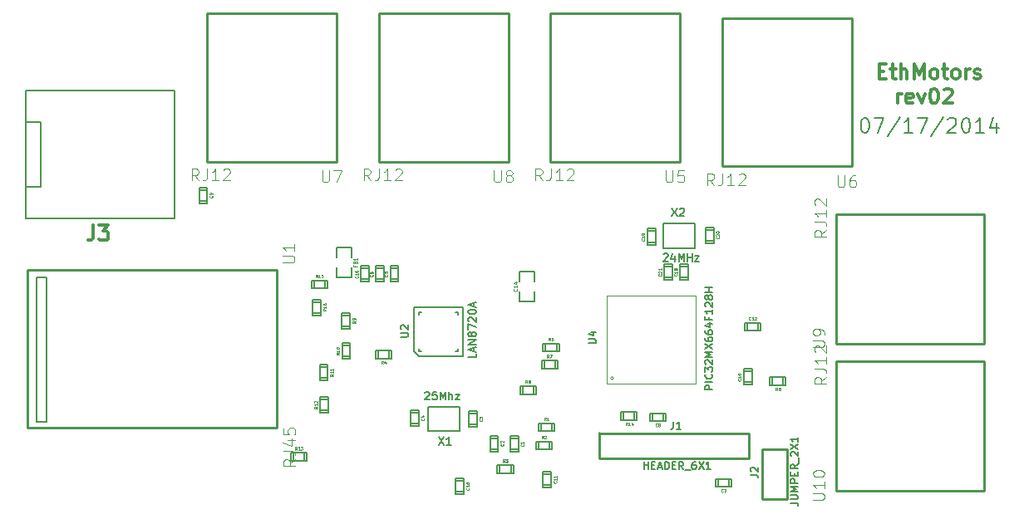
<source format=gto>
G04 (created by PCBNEW (2013-07-07 BZR 4022)-stable) date 8/5/2014 5:00:46 PM*
%MOIN*%
G04 Gerber Fmt 3.4, Leading zero omitted, Abs format*
%FSLAX34Y34*%
G01*
G70*
G90*
G04 APERTURE LIST*
%ADD10C,0.00590551*%
%ADD11C,0.011811*%
%ADD12C,0.00787402*%
%ADD13C,0.0039*%
%ADD14C,0.01*%
%ADD15C,0.005*%
%ADD16C,0.0079*%
%ADD17C,0.0059*%
%ADD18C,0.0075*%
%ADD19C,0.012*%
%ADD20C,0.0019685*%
%ADD21C,0.0037*%
G04 APERTURE END LIST*
G54D10*
G54D11*
X68405Y-26026D02*
X68405Y-25632D01*
X68405Y-25745D02*
X68433Y-25688D01*
X68461Y-25660D01*
X68517Y-25632D01*
X68574Y-25632D01*
X68996Y-25998D02*
X68939Y-26026D01*
X68827Y-26026D01*
X68771Y-25998D01*
X68742Y-25942D01*
X68742Y-25717D01*
X68771Y-25660D01*
X68827Y-25632D01*
X68939Y-25632D01*
X68996Y-25660D01*
X69024Y-25717D01*
X69024Y-25773D01*
X68742Y-25829D01*
X69221Y-25632D02*
X69361Y-26026D01*
X69502Y-25632D01*
X69839Y-25435D02*
X69895Y-25435D01*
X69952Y-25464D01*
X69980Y-25492D01*
X70008Y-25548D01*
X70036Y-25660D01*
X70036Y-25801D01*
X70008Y-25913D01*
X69980Y-25970D01*
X69952Y-25998D01*
X69895Y-26026D01*
X69839Y-26026D01*
X69783Y-25998D01*
X69755Y-25970D01*
X69727Y-25913D01*
X69699Y-25801D01*
X69699Y-25660D01*
X69727Y-25548D01*
X69755Y-25492D01*
X69783Y-25464D01*
X69839Y-25435D01*
X70261Y-25492D02*
X70289Y-25464D01*
X70345Y-25435D01*
X70486Y-25435D01*
X70542Y-25464D01*
X70570Y-25492D01*
X70598Y-25548D01*
X70598Y-25604D01*
X70570Y-25688D01*
X70233Y-26026D01*
X70598Y-26026D01*
G54D12*
X67069Y-26616D02*
X67125Y-26616D01*
X67182Y-26645D01*
X67210Y-26673D01*
X67238Y-26729D01*
X67266Y-26841D01*
X67266Y-26982D01*
X67238Y-27095D01*
X67210Y-27151D01*
X67182Y-27179D01*
X67125Y-27207D01*
X67069Y-27207D01*
X67013Y-27179D01*
X66985Y-27151D01*
X66957Y-27095D01*
X66929Y-26982D01*
X66929Y-26841D01*
X66957Y-26729D01*
X66985Y-26673D01*
X67013Y-26645D01*
X67069Y-26616D01*
X67463Y-26616D02*
X67857Y-26616D01*
X67604Y-27207D01*
X68503Y-26588D02*
X67997Y-27348D01*
X69010Y-27207D02*
X68672Y-27207D01*
X68841Y-27207D02*
X68841Y-26616D01*
X68785Y-26701D01*
X68728Y-26757D01*
X68672Y-26785D01*
X69206Y-26616D02*
X69600Y-26616D01*
X69347Y-27207D01*
X70247Y-26588D02*
X69741Y-27348D01*
X70416Y-26673D02*
X70444Y-26645D01*
X70500Y-26616D01*
X70641Y-26616D01*
X70697Y-26645D01*
X70725Y-26673D01*
X70753Y-26729D01*
X70753Y-26785D01*
X70725Y-26870D01*
X70388Y-27207D01*
X70753Y-27207D01*
X71119Y-26616D02*
X71175Y-26616D01*
X71231Y-26645D01*
X71259Y-26673D01*
X71287Y-26729D01*
X71316Y-26841D01*
X71316Y-26982D01*
X71287Y-27095D01*
X71259Y-27151D01*
X71231Y-27179D01*
X71175Y-27207D01*
X71119Y-27207D01*
X71062Y-27179D01*
X71034Y-27151D01*
X71006Y-27095D01*
X70978Y-26982D01*
X70978Y-26841D01*
X71006Y-26729D01*
X71034Y-26673D01*
X71062Y-26645D01*
X71119Y-26616D01*
X71878Y-27207D02*
X71541Y-27207D01*
X71709Y-27207D02*
X71709Y-26616D01*
X71653Y-26701D01*
X71597Y-26757D01*
X71541Y-26785D01*
X72384Y-26813D02*
X72384Y-27207D01*
X72244Y-26588D02*
X72103Y-27010D01*
X72469Y-27010D01*
G54D11*
X67660Y-24732D02*
X67857Y-24732D01*
X67941Y-25042D02*
X67660Y-25042D01*
X67660Y-24451D01*
X67941Y-24451D01*
X68110Y-24648D02*
X68335Y-24648D01*
X68194Y-24451D02*
X68194Y-24957D01*
X68222Y-25014D01*
X68278Y-25042D01*
X68335Y-25042D01*
X68532Y-25042D02*
X68532Y-24451D01*
X68785Y-25042D02*
X68785Y-24732D01*
X68757Y-24676D01*
X68700Y-24648D01*
X68616Y-24648D01*
X68560Y-24676D01*
X68532Y-24704D01*
X69066Y-25042D02*
X69066Y-24451D01*
X69263Y-24873D01*
X69460Y-24451D01*
X69460Y-25042D01*
X69825Y-25042D02*
X69769Y-25014D01*
X69741Y-24985D01*
X69713Y-24929D01*
X69713Y-24760D01*
X69741Y-24704D01*
X69769Y-24676D01*
X69825Y-24648D01*
X69910Y-24648D01*
X69966Y-24676D01*
X69994Y-24704D01*
X70022Y-24760D01*
X70022Y-24929D01*
X69994Y-24985D01*
X69966Y-25014D01*
X69910Y-25042D01*
X69825Y-25042D01*
X70191Y-24648D02*
X70416Y-24648D01*
X70275Y-24451D02*
X70275Y-24957D01*
X70303Y-25014D01*
X70359Y-25042D01*
X70416Y-25042D01*
X70697Y-25042D02*
X70641Y-25014D01*
X70613Y-24985D01*
X70584Y-24929D01*
X70584Y-24760D01*
X70613Y-24704D01*
X70641Y-24676D01*
X70697Y-24648D01*
X70781Y-24648D01*
X70838Y-24676D01*
X70866Y-24704D01*
X70894Y-24760D01*
X70894Y-24929D01*
X70866Y-24985D01*
X70838Y-25014D01*
X70781Y-25042D01*
X70697Y-25042D01*
X71147Y-25042D02*
X71147Y-24648D01*
X71147Y-24760D02*
X71175Y-24704D01*
X71203Y-24676D01*
X71259Y-24648D01*
X71316Y-24648D01*
X71484Y-25014D02*
X71541Y-25042D01*
X71653Y-25042D01*
X71709Y-25014D01*
X71737Y-24957D01*
X71737Y-24929D01*
X71709Y-24873D01*
X71653Y-24845D01*
X71569Y-24845D01*
X71512Y-24817D01*
X71484Y-24760D01*
X71484Y-24732D01*
X71512Y-24676D01*
X71569Y-24648D01*
X71653Y-24648D01*
X71709Y-24676D01*
G54D13*
X56755Y-37279D02*
X56755Y-33736D01*
X56755Y-33736D02*
X60299Y-33736D01*
X60299Y-33736D02*
X60299Y-37279D01*
X60299Y-37279D02*
X56755Y-37279D01*
X57011Y-37061D02*
G75*
G03X57011Y-37061I-53J0D01*
G74*
G01*
G54D14*
X62448Y-39263D02*
X56448Y-39263D01*
X62448Y-39263D02*
X62448Y-40263D01*
X62454Y-40269D02*
X56442Y-40269D01*
X56442Y-40269D02*
X56442Y-39261D01*
G54D15*
X33425Y-29370D02*
X34035Y-29370D01*
X34035Y-29370D02*
X34035Y-26771D01*
X34035Y-26771D02*
X33435Y-26771D01*
G54D16*
X39409Y-30630D02*
X33425Y-30630D01*
X33425Y-30630D02*
X33425Y-25510D01*
X33425Y-25510D02*
X39409Y-25510D01*
X39409Y-25510D02*
X39409Y-30630D01*
G54D15*
X50686Y-41617D02*
X51006Y-41617D01*
X50996Y-41177D02*
X50686Y-41177D01*
X51006Y-41077D02*
X51006Y-41717D01*
X51006Y-41717D02*
X50686Y-41717D01*
X50686Y-41717D02*
X50686Y-41077D01*
X50686Y-41077D02*
X51006Y-41077D01*
X47207Y-32654D02*
X46887Y-32654D01*
X46897Y-33094D02*
X47207Y-33094D01*
X46887Y-33194D02*
X46887Y-32554D01*
X46887Y-32554D02*
X47207Y-32554D01*
X47207Y-32554D02*
X47207Y-33194D01*
X47207Y-33194D02*
X46887Y-33194D01*
X52064Y-39905D02*
X52384Y-39905D01*
X52374Y-39465D02*
X52064Y-39465D01*
X52384Y-39365D02*
X52384Y-40005D01*
X52384Y-40005D02*
X52064Y-40005D01*
X52064Y-40005D02*
X52064Y-39365D01*
X52064Y-39365D02*
X52384Y-39365D01*
G54D17*
X49023Y-35992D02*
X49023Y-34228D01*
X49219Y-36188D02*
X50983Y-36188D01*
X49219Y-36188D02*
X49023Y-35992D01*
G54D16*
X49317Y-35992D02*
X49219Y-35992D01*
X49219Y-35992D02*
X49219Y-35894D01*
X50787Y-35894D02*
X50787Y-35992D01*
X50787Y-35992D02*
X50689Y-35992D01*
X50689Y-34424D02*
X50787Y-34424D01*
X50787Y-34424D02*
X50787Y-34522D01*
X49219Y-34522D02*
X49219Y-34424D01*
X49219Y-34424D02*
X49317Y-34424D01*
G54D17*
X50983Y-34228D02*
X50983Y-36188D01*
X49023Y-34228D02*
X50983Y-34228D01*
G54D15*
X47567Y-35954D02*
X47567Y-36274D01*
X48007Y-36264D02*
X48007Y-35954D01*
X48107Y-36274D02*
X47467Y-36274D01*
X47467Y-36274D02*
X47467Y-35954D01*
X47467Y-35954D02*
X48107Y-35954D01*
X48107Y-35954D02*
X48107Y-36274D01*
X45920Y-32201D02*
X45920Y-31801D01*
X45920Y-31801D02*
X46520Y-31801D01*
X46520Y-31801D02*
X46520Y-32201D01*
X46520Y-32601D02*
X46520Y-33001D01*
X46520Y-33001D02*
X45920Y-33001D01*
X45920Y-33001D02*
X45920Y-32601D01*
X52871Y-39924D02*
X53191Y-39924D01*
X53181Y-39484D02*
X52871Y-39484D01*
X53191Y-39384D02*
X53191Y-40024D01*
X53191Y-40024D02*
X52871Y-40024D01*
X52871Y-40024D02*
X52871Y-39384D01*
X52871Y-39384D02*
X53191Y-39384D01*
X51217Y-38920D02*
X51537Y-38920D01*
X51527Y-38480D02*
X51217Y-38480D01*
X51537Y-38380D02*
X51537Y-39020D01*
X51537Y-39020D02*
X51217Y-39020D01*
X51217Y-39020D02*
X51217Y-38380D01*
X51217Y-38380D02*
X51537Y-38380D01*
X48875Y-38881D02*
X49195Y-38881D01*
X49185Y-38441D02*
X48875Y-38441D01*
X49195Y-38341D02*
X49195Y-38981D01*
X49195Y-38981D02*
X48875Y-38981D01*
X48875Y-38981D02*
X48875Y-38341D01*
X48875Y-38341D02*
X49195Y-38341D01*
X48388Y-32654D02*
X48068Y-32654D01*
X48078Y-33094D02*
X48388Y-33094D01*
X48068Y-33194D02*
X48068Y-32554D01*
X48068Y-32554D02*
X48388Y-32554D01*
X48388Y-32554D02*
X48388Y-33194D01*
X48388Y-33194D02*
X48068Y-33194D01*
X47797Y-32654D02*
X47477Y-32654D01*
X47487Y-33094D02*
X47797Y-33094D01*
X47477Y-33194D02*
X47477Y-32554D01*
X47477Y-32554D02*
X47797Y-32554D01*
X47797Y-32554D02*
X47797Y-33194D01*
X47797Y-33194D02*
X47477Y-33194D01*
X62561Y-36787D02*
X62241Y-36787D01*
X62251Y-37227D02*
X62561Y-37227D01*
X62241Y-37327D02*
X62241Y-36687D01*
X62241Y-36687D02*
X62561Y-36687D01*
X62561Y-36687D02*
X62561Y-37327D01*
X62561Y-37327D02*
X62241Y-37327D01*
X54190Y-41342D02*
X54510Y-41342D01*
X54500Y-40902D02*
X54190Y-40902D01*
X54510Y-40802D02*
X54510Y-41442D01*
X54510Y-41442D02*
X54190Y-41442D01*
X54190Y-41442D02*
X54190Y-40802D01*
X54190Y-40802D02*
X54510Y-40802D01*
X62818Y-35160D02*
X62818Y-34840D01*
X62378Y-34850D02*
X62378Y-35160D01*
X62278Y-34840D02*
X62918Y-34840D01*
X62918Y-34840D02*
X62918Y-35160D01*
X62918Y-35160D02*
X62278Y-35160D01*
X62278Y-35160D02*
X62278Y-34840D01*
X60002Y-32575D02*
X59682Y-32575D01*
X59692Y-33015D02*
X60002Y-33015D01*
X59682Y-33115D02*
X59682Y-32475D01*
X59682Y-32475D02*
X60002Y-32475D01*
X60002Y-32475D02*
X60002Y-33115D01*
X60002Y-33115D02*
X59682Y-33115D01*
X58693Y-31157D02*
X58373Y-31157D01*
X58383Y-31597D02*
X58693Y-31597D01*
X58373Y-31697D02*
X58373Y-31057D01*
X58373Y-31057D02*
X58693Y-31057D01*
X58693Y-31057D02*
X58693Y-31697D01*
X58693Y-31697D02*
X58373Y-31697D01*
X60706Y-31538D02*
X61026Y-31538D01*
X61016Y-31098D02*
X60706Y-31098D01*
X61026Y-30998D02*
X61026Y-31638D01*
X61026Y-31638D02*
X60706Y-31638D01*
X60706Y-31638D02*
X60706Y-30998D01*
X60706Y-30998D02*
X61026Y-30998D01*
X59372Y-32575D02*
X59052Y-32575D01*
X59062Y-33015D02*
X59372Y-33015D01*
X59052Y-33115D02*
X59052Y-32475D01*
X59052Y-32475D02*
X59372Y-32475D01*
X59372Y-32475D02*
X59372Y-33115D01*
X59372Y-33115D02*
X59052Y-33115D01*
X54550Y-39195D02*
X54550Y-38875D01*
X54110Y-38885D02*
X54110Y-39195D01*
X54010Y-38875D02*
X54650Y-38875D01*
X54650Y-38875D02*
X54650Y-39195D01*
X54650Y-39195D02*
X54010Y-39195D01*
X54010Y-39195D02*
X54010Y-38875D01*
X54452Y-39923D02*
X54452Y-39603D01*
X54012Y-39613D02*
X54012Y-39923D01*
X53912Y-39603D02*
X54552Y-39603D01*
X54552Y-39603D02*
X54552Y-39923D01*
X54552Y-39923D02*
X53912Y-39923D01*
X53912Y-39923D02*
X53912Y-39603D01*
X52897Y-40868D02*
X52897Y-40548D01*
X52457Y-40558D02*
X52457Y-40868D01*
X52357Y-40548D02*
X52997Y-40548D01*
X52997Y-40548D02*
X52997Y-40868D01*
X52997Y-40868D02*
X52357Y-40868D01*
X52357Y-40868D02*
X52357Y-40548D01*
X54727Y-35986D02*
X54727Y-35666D01*
X54287Y-35676D02*
X54287Y-35986D01*
X54187Y-35666D02*
X54827Y-35666D01*
X54827Y-35666D02*
X54827Y-35986D01*
X54827Y-35986D02*
X54187Y-35986D01*
X54187Y-35986D02*
X54187Y-35666D01*
X54668Y-36675D02*
X54668Y-36355D01*
X54228Y-36365D02*
X54228Y-36675D01*
X54128Y-36355D02*
X54768Y-36355D01*
X54768Y-36355D02*
X54768Y-36675D01*
X54768Y-36675D02*
X54128Y-36675D01*
X54128Y-36675D02*
X54128Y-36355D01*
X53802Y-37699D02*
X53802Y-37379D01*
X53362Y-37389D02*
X53362Y-37699D01*
X53262Y-37379D02*
X53902Y-37379D01*
X53902Y-37379D02*
X53902Y-37699D01*
X53902Y-37699D02*
X53262Y-37699D01*
X53262Y-37699D02*
X53262Y-37379D01*
X46123Y-34975D02*
X46443Y-34975D01*
X46433Y-34535D02*
X46123Y-34535D01*
X46443Y-34435D02*
X46443Y-35075D01*
X46443Y-35075D02*
X46123Y-35075D01*
X46123Y-35075D02*
X46123Y-34435D01*
X46123Y-34435D02*
X46443Y-34435D01*
X46451Y-35740D02*
X46131Y-35740D01*
X46141Y-36180D02*
X46451Y-36180D01*
X46131Y-36280D02*
X46131Y-35640D01*
X46131Y-35640D02*
X46451Y-35640D01*
X46451Y-35640D02*
X46451Y-36280D01*
X46451Y-36280D02*
X46131Y-36280D01*
X45225Y-37058D02*
X45545Y-37058D01*
X45535Y-36618D02*
X45225Y-36618D01*
X45545Y-36518D02*
X45545Y-37158D01*
X45545Y-37158D02*
X45225Y-37158D01*
X45225Y-37158D02*
X45225Y-36518D01*
X45225Y-36518D02*
X45545Y-36518D01*
X45565Y-37898D02*
X45245Y-37898D01*
X45255Y-38338D02*
X45565Y-38338D01*
X45245Y-38438D02*
X45245Y-37798D01*
X45245Y-37798D02*
X45565Y-37798D01*
X45565Y-37798D02*
X45565Y-38438D01*
X45565Y-38438D02*
X45245Y-38438D01*
X44617Y-40368D02*
X44617Y-40048D01*
X44177Y-40058D02*
X44177Y-40368D01*
X44077Y-40048D02*
X44717Y-40048D01*
X44717Y-40048D02*
X44717Y-40368D01*
X44717Y-40368D02*
X44077Y-40368D01*
X44077Y-40368D02*
X44077Y-40048D01*
X57417Y-38422D02*
X57417Y-38742D01*
X57857Y-38732D02*
X57857Y-38422D01*
X57957Y-38742D02*
X57317Y-38742D01*
X57317Y-38742D02*
X57317Y-38422D01*
X57317Y-38422D02*
X57957Y-38422D01*
X57957Y-38422D02*
X57957Y-38742D01*
X45440Y-33455D02*
X45440Y-33135D01*
X45000Y-33145D02*
X45000Y-33455D01*
X44900Y-33135D02*
X45540Y-33135D01*
X45540Y-33135D02*
X45540Y-33455D01*
X45540Y-33455D02*
X44900Y-33455D01*
X44900Y-33455D02*
X44900Y-33135D01*
X44946Y-34436D02*
X45266Y-34436D01*
X45256Y-33996D02*
X44946Y-33996D01*
X45266Y-33896D02*
X45266Y-34536D01*
X45266Y-34536D02*
X44946Y-34536D01*
X44946Y-34536D02*
X44946Y-33896D01*
X44946Y-33896D02*
X45266Y-33896D01*
X58559Y-38462D02*
X58559Y-38782D01*
X58999Y-38772D02*
X58999Y-38462D01*
X59099Y-38782D02*
X58459Y-38782D01*
X58459Y-38782D02*
X58459Y-38462D01*
X58459Y-38462D02*
X59099Y-38462D01*
X59099Y-38462D02*
X59099Y-38782D01*
X40391Y-29944D02*
X40711Y-29944D01*
X40701Y-29504D02*
X40391Y-29504D01*
X40711Y-29404D02*
X40711Y-30044D01*
X40711Y-30044D02*
X40391Y-30044D01*
X40391Y-30044D02*
X40391Y-29404D01*
X40391Y-29404D02*
X40711Y-29404D01*
G54D10*
X50846Y-39192D02*
X49586Y-39192D01*
X49586Y-39192D02*
X49586Y-38208D01*
X49586Y-38208D02*
X50846Y-38208D01*
X50846Y-38208D02*
X50846Y-39192D01*
X59015Y-30846D02*
X60275Y-30846D01*
X60275Y-30846D02*
X60275Y-31830D01*
X60275Y-31830D02*
X59015Y-31830D01*
X59015Y-31830D02*
X59015Y-30846D01*
G54D15*
X61197Y-41099D02*
X61197Y-41419D01*
X61637Y-41409D02*
X61637Y-41099D01*
X61737Y-41419D02*
X61097Y-41419D01*
X61097Y-41419D02*
X61097Y-41099D01*
X61097Y-41099D02*
X61737Y-41099D01*
X61737Y-41099D02*
X61737Y-41419D01*
X53843Y-33585D02*
X53843Y-33985D01*
X53843Y-33985D02*
X53243Y-33985D01*
X53243Y-33985D02*
X53243Y-33585D01*
X53243Y-33185D02*
X53243Y-32785D01*
X53243Y-32785D02*
X53843Y-32785D01*
X53843Y-32785D02*
X53843Y-33185D01*
X63382Y-37025D02*
X63382Y-37345D01*
X63822Y-37335D02*
X63822Y-37025D01*
X63922Y-37345D02*
X63282Y-37345D01*
X63282Y-37345D02*
X63282Y-37025D01*
X63282Y-37025D02*
X63922Y-37025D01*
X63922Y-37025D02*
X63922Y-37345D01*
G54D14*
X62964Y-39905D02*
X62964Y-41905D01*
X62964Y-39905D02*
X63964Y-39905D01*
X63970Y-39905D02*
X63970Y-41905D01*
X63970Y-41905D02*
X62962Y-41905D01*
X71866Y-36375D02*
X71866Y-41576D01*
X71866Y-41576D02*
X65929Y-41576D01*
X65929Y-41576D02*
X65929Y-36375D01*
X65929Y-36375D02*
X71866Y-36375D01*
X71866Y-30470D02*
X71866Y-35671D01*
X71866Y-35671D02*
X65929Y-35671D01*
X65929Y-35671D02*
X65929Y-30470D01*
X65929Y-30470D02*
X71866Y-30470D01*
X47596Y-22425D02*
X52797Y-22425D01*
X52797Y-22425D02*
X52797Y-28362D01*
X52797Y-28362D02*
X47596Y-28362D01*
X47596Y-28362D02*
X47596Y-22425D01*
X40706Y-22425D02*
X45907Y-22425D01*
X45907Y-22425D02*
X45907Y-28362D01*
X45907Y-28362D02*
X40706Y-28362D01*
X40706Y-28362D02*
X40706Y-22425D01*
X61375Y-22622D02*
X66576Y-22622D01*
X66576Y-22622D02*
X66576Y-28559D01*
X66576Y-28559D02*
X61375Y-28559D01*
X61375Y-28559D02*
X61375Y-22622D01*
X54486Y-22425D02*
X59687Y-22425D01*
X59687Y-22425D02*
X59687Y-28362D01*
X59687Y-28362D02*
X54486Y-28362D01*
X54486Y-28362D02*
X54486Y-22425D01*
G54D10*
X34261Y-32996D02*
X33868Y-32996D01*
X33868Y-32996D02*
X33868Y-38822D01*
X33868Y-38822D02*
X34261Y-38822D01*
X34261Y-38822D02*
X34261Y-32996D01*
G54D14*
X43523Y-32720D02*
X43523Y-39059D01*
X43523Y-39059D02*
X33523Y-39059D01*
X33523Y-39059D02*
X33523Y-32720D01*
X33523Y-32720D02*
X43523Y-32720D01*
G54D15*
X56006Y-35657D02*
X56249Y-35657D01*
X56277Y-35643D01*
X56292Y-35629D01*
X56306Y-35600D01*
X56306Y-35543D01*
X56292Y-35514D01*
X56277Y-35500D01*
X56249Y-35486D01*
X56006Y-35486D01*
X56106Y-35214D02*
X56306Y-35214D01*
X55992Y-35286D02*
X56206Y-35357D01*
X56206Y-35171D01*
X60981Y-37511D02*
X60681Y-37511D01*
X60681Y-37397D01*
X60695Y-37368D01*
X60710Y-37354D01*
X60738Y-37339D01*
X60781Y-37339D01*
X60810Y-37354D01*
X60824Y-37368D01*
X60838Y-37397D01*
X60838Y-37511D01*
X60981Y-37211D02*
X60681Y-37211D01*
X60953Y-36897D02*
X60967Y-36911D01*
X60981Y-36954D01*
X60981Y-36982D01*
X60967Y-37025D01*
X60938Y-37054D01*
X60910Y-37068D01*
X60853Y-37082D01*
X60810Y-37082D01*
X60753Y-37068D01*
X60724Y-37054D01*
X60695Y-37025D01*
X60681Y-36982D01*
X60681Y-36954D01*
X60695Y-36911D01*
X60710Y-36897D01*
X60681Y-36797D02*
X60681Y-36611D01*
X60795Y-36711D01*
X60795Y-36668D01*
X60810Y-36639D01*
X60824Y-36625D01*
X60853Y-36611D01*
X60924Y-36611D01*
X60953Y-36625D01*
X60967Y-36639D01*
X60981Y-36668D01*
X60981Y-36754D01*
X60967Y-36782D01*
X60953Y-36797D01*
X60710Y-36497D02*
X60695Y-36482D01*
X60681Y-36454D01*
X60681Y-36382D01*
X60695Y-36354D01*
X60710Y-36339D01*
X60738Y-36325D01*
X60767Y-36325D01*
X60810Y-36339D01*
X60981Y-36511D01*
X60981Y-36325D01*
X60981Y-36197D02*
X60681Y-36197D01*
X60895Y-36097D01*
X60681Y-35997D01*
X60981Y-35997D01*
X60681Y-35882D02*
X60981Y-35682D01*
X60681Y-35682D02*
X60981Y-35882D01*
X60681Y-35439D02*
X60681Y-35497D01*
X60695Y-35525D01*
X60710Y-35539D01*
X60753Y-35568D01*
X60810Y-35582D01*
X60924Y-35582D01*
X60953Y-35568D01*
X60967Y-35554D01*
X60981Y-35525D01*
X60981Y-35468D01*
X60967Y-35439D01*
X60953Y-35425D01*
X60924Y-35411D01*
X60853Y-35411D01*
X60824Y-35425D01*
X60810Y-35439D01*
X60795Y-35468D01*
X60795Y-35525D01*
X60810Y-35554D01*
X60824Y-35568D01*
X60853Y-35582D01*
X60681Y-35154D02*
X60681Y-35211D01*
X60695Y-35239D01*
X60710Y-35254D01*
X60753Y-35282D01*
X60810Y-35297D01*
X60924Y-35297D01*
X60953Y-35282D01*
X60967Y-35268D01*
X60981Y-35239D01*
X60981Y-35182D01*
X60967Y-35154D01*
X60953Y-35139D01*
X60924Y-35125D01*
X60853Y-35125D01*
X60824Y-35139D01*
X60810Y-35154D01*
X60795Y-35182D01*
X60795Y-35239D01*
X60810Y-35268D01*
X60824Y-35282D01*
X60853Y-35297D01*
X60781Y-34868D02*
X60981Y-34868D01*
X60667Y-34939D02*
X60881Y-35011D01*
X60881Y-34825D01*
X60824Y-34611D02*
X60824Y-34711D01*
X60981Y-34711D02*
X60681Y-34711D01*
X60681Y-34568D01*
X60981Y-34297D02*
X60981Y-34468D01*
X60981Y-34382D02*
X60681Y-34382D01*
X60724Y-34411D01*
X60753Y-34439D01*
X60767Y-34468D01*
X60710Y-34182D02*
X60695Y-34168D01*
X60681Y-34139D01*
X60681Y-34068D01*
X60695Y-34039D01*
X60710Y-34025D01*
X60738Y-34011D01*
X60767Y-34011D01*
X60810Y-34025D01*
X60981Y-34197D01*
X60981Y-34011D01*
X60810Y-33839D02*
X60795Y-33868D01*
X60781Y-33882D01*
X60753Y-33897D01*
X60738Y-33897D01*
X60710Y-33882D01*
X60695Y-33868D01*
X60681Y-33839D01*
X60681Y-33782D01*
X60695Y-33754D01*
X60710Y-33739D01*
X60738Y-33725D01*
X60753Y-33725D01*
X60781Y-33739D01*
X60795Y-33754D01*
X60810Y-33782D01*
X60810Y-33839D01*
X60824Y-33868D01*
X60838Y-33882D01*
X60867Y-33897D01*
X60924Y-33897D01*
X60953Y-33882D01*
X60967Y-33868D01*
X60981Y-33839D01*
X60981Y-33782D01*
X60967Y-33754D01*
X60953Y-33739D01*
X60924Y-33725D01*
X60867Y-33725D01*
X60838Y-33739D01*
X60824Y-33754D01*
X60810Y-33782D01*
X60981Y-33597D02*
X60681Y-33597D01*
X60824Y-33597D02*
X60824Y-33425D01*
X60981Y-33425D02*
X60681Y-33425D01*
G54D18*
X59418Y-38803D02*
X59418Y-39017D01*
X59404Y-39060D01*
X59375Y-39088D01*
X59333Y-39103D01*
X59304Y-39103D01*
X59718Y-39103D02*
X59547Y-39103D01*
X59633Y-39103D02*
X59633Y-38803D01*
X59604Y-38846D01*
X59575Y-38874D01*
X59547Y-38888D01*
X58226Y-40717D02*
X58226Y-40417D01*
X58226Y-40560D02*
X58397Y-40560D01*
X58397Y-40717D02*
X58397Y-40417D01*
X58540Y-40560D02*
X58640Y-40560D01*
X58683Y-40717D02*
X58540Y-40717D01*
X58540Y-40417D01*
X58683Y-40417D01*
X58797Y-40631D02*
X58940Y-40631D01*
X58769Y-40717D02*
X58869Y-40417D01*
X58969Y-40717D01*
X59069Y-40717D02*
X59069Y-40417D01*
X59140Y-40417D01*
X59183Y-40431D01*
X59211Y-40460D01*
X59226Y-40488D01*
X59240Y-40545D01*
X59240Y-40588D01*
X59226Y-40645D01*
X59211Y-40674D01*
X59183Y-40702D01*
X59140Y-40717D01*
X59069Y-40717D01*
X59369Y-40560D02*
X59469Y-40560D01*
X59511Y-40717D02*
X59369Y-40717D01*
X59369Y-40417D01*
X59511Y-40417D01*
X59811Y-40717D02*
X59711Y-40574D01*
X59640Y-40717D02*
X59640Y-40417D01*
X59754Y-40417D01*
X59783Y-40431D01*
X59797Y-40445D01*
X59811Y-40474D01*
X59811Y-40517D01*
X59797Y-40545D01*
X59783Y-40560D01*
X59754Y-40574D01*
X59640Y-40574D01*
X59869Y-40745D02*
X60097Y-40745D01*
X60297Y-40417D02*
X60240Y-40417D01*
X60211Y-40431D01*
X60197Y-40445D01*
X60169Y-40488D01*
X60154Y-40545D01*
X60154Y-40660D01*
X60169Y-40688D01*
X60183Y-40702D01*
X60211Y-40717D01*
X60269Y-40717D01*
X60297Y-40702D01*
X60311Y-40688D01*
X60326Y-40660D01*
X60326Y-40588D01*
X60311Y-40560D01*
X60297Y-40545D01*
X60269Y-40531D01*
X60211Y-40531D01*
X60183Y-40545D01*
X60169Y-40560D01*
X60154Y-40588D01*
X60426Y-40417D02*
X60626Y-40717D01*
X60626Y-40417D02*
X60426Y-40717D01*
X60897Y-40717D02*
X60726Y-40717D01*
X60811Y-40717D02*
X60811Y-40417D01*
X60783Y-40460D01*
X60754Y-40488D01*
X60726Y-40502D01*
G54D19*
X36155Y-30925D02*
X36155Y-31354D01*
X36126Y-31440D01*
X36069Y-31497D01*
X35983Y-31525D01*
X35926Y-31525D01*
X36383Y-30925D02*
X36755Y-30925D01*
X36555Y-31154D01*
X36641Y-31154D01*
X36698Y-31182D01*
X36726Y-31211D01*
X36755Y-31268D01*
X36755Y-31411D01*
X36726Y-31468D01*
X36698Y-31497D01*
X36641Y-31525D01*
X36469Y-31525D01*
X36412Y-31497D01*
X36383Y-31468D01*
G54D20*
X51209Y-41465D02*
X51215Y-41471D01*
X51221Y-41488D01*
X51221Y-41499D01*
X51215Y-41516D01*
X51204Y-41527D01*
X51192Y-41533D01*
X51170Y-41538D01*
X51153Y-41538D01*
X51131Y-41533D01*
X51119Y-41527D01*
X51108Y-41516D01*
X51102Y-41499D01*
X51102Y-41488D01*
X51108Y-41471D01*
X51114Y-41465D01*
X51221Y-41353D02*
X51221Y-41420D01*
X51221Y-41386D02*
X51102Y-41386D01*
X51119Y-41398D01*
X51131Y-41409D01*
X51136Y-41420D01*
X51102Y-41251D02*
X51102Y-41274D01*
X51108Y-41285D01*
X51114Y-41291D01*
X51131Y-41302D01*
X51153Y-41308D01*
X51198Y-41308D01*
X51209Y-41302D01*
X51215Y-41296D01*
X51221Y-41285D01*
X51221Y-41263D01*
X51215Y-41251D01*
X51209Y-41246D01*
X51198Y-41240D01*
X51170Y-41240D01*
X51159Y-41246D01*
X51153Y-41251D01*
X51147Y-41263D01*
X51147Y-41285D01*
X51153Y-41296D01*
X51159Y-41302D01*
X51170Y-41308D01*
X46757Y-32957D02*
X46762Y-32963D01*
X46768Y-32980D01*
X46768Y-32991D01*
X46762Y-33008D01*
X46751Y-33019D01*
X46740Y-33025D01*
X46717Y-33030D01*
X46700Y-33030D01*
X46678Y-33025D01*
X46667Y-33019D01*
X46655Y-33008D01*
X46650Y-32991D01*
X46650Y-32980D01*
X46655Y-32963D01*
X46661Y-32957D01*
X46768Y-32845D02*
X46768Y-32912D01*
X46768Y-32879D02*
X46650Y-32879D01*
X46667Y-32890D01*
X46678Y-32901D01*
X46683Y-32912D01*
X46650Y-32738D02*
X46650Y-32794D01*
X46706Y-32800D01*
X46700Y-32794D01*
X46695Y-32783D01*
X46695Y-32755D01*
X46700Y-32744D01*
X46706Y-32738D01*
X46717Y-32732D01*
X46745Y-32732D01*
X46757Y-32738D01*
X46762Y-32744D01*
X46768Y-32755D01*
X46768Y-32783D01*
X46762Y-32794D01*
X46757Y-32800D01*
X52587Y-39696D02*
X52593Y-39702D01*
X52598Y-39719D01*
X52598Y-39730D01*
X52593Y-39747D01*
X52582Y-39758D01*
X52570Y-39764D01*
X52548Y-39769D01*
X52531Y-39769D01*
X52508Y-39764D01*
X52497Y-39758D01*
X52486Y-39747D01*
X52480Y-39730D01*
X52480Y-39719D01*
X52486Y-39702D01*
X52492Y-39696D01*
X52492Y-39651D02*
X52486Y-39646D01*
X52480Y-39634D01*
X52480Y-39606D01*
X52486Y-39595D01*
X52492Y-39589D01*
X52503Y-39584D01*
X52514Y-39584D01*
X52531Y-39589D01*
X52598Y-39657D01*
X52598Y-39584D01*
G54D12*
X48468Y-35409D02*
X48723Y-35409D01*
X48752Y-35394D01*
X48767Y-35379D01*
X48782Y-35349D01*
X48782Y-35289D01*
X48767Y-35259D01*
X48752Y-35244D01*
X48723Y-35229D01*
X48468Y-35229D01*
X48498Y-35094D02*
X48483Y-35079D01*
X48468Y-35049D01*
X48468Y-34974D01*
X48483Y-34944D01*
X48498Y-34929D01*
X48528Y-34914D01*
X48558Y-34914D01*
X48603Y-34929D01*
X48782Y-35109D01*
X48782Y-34914D01*
X51499Y-36077D02*
X51499Y-36227D01*
X51184Y-36227D01*
X51409Y-35987D02*
X51409Y-35837D01*
X51499Y-36017D02*
X51184Y-35912D01*
X51499Y-35807D01*
X51499Y-35702D02*
X51184Y-35702D01*
X51499Y-35522D01*
X51184Y-35522D01*
X51319Y-35327D02*
X51304Y-35357D01*
X51289Y-35372D01*
X51259Y-35387D01*
X51244Y-35387D01*
X51214Y-35372D01*
X51199Y-35357D01*
X51184Y-35327D01*
X51184Y-35267D01*
X51199Y-35237D01*
X51214Y-35222D01*
X51244Y-35207D01*
X51259Y-35207D01*
X51289Y-35222D01*
X51304Y-35237D01*
X51319Y-35267D01*
X51319Y-35327D01*
X51334Y-35357D01*
X51349Y-35372D01*
X51379Y-35387D01*
X51439Y-35387D01*
X51469Y-35372D01*
X51484Y-35357D01*
X51499Y-35327D01*
X51499Y-35267D01*
X51484Y-35237D01*
X51469Y-35222D01*
X51439Y-35207D01*
X51379Y-35207D01*
X51349Y-35222D01*
X51334Y-35237D01*
X51319Y-35267D01*
X51184Y-35102D02*
X51184Y-34892D01*
X51499Y-35027D01*
X51214Y-34787D02*
X51199Y-34772D01*
X51184Y-34742D01*
X51184Y-34667D01*
X51199Y-34637D01*
X51214Y-34622D01*
X51244Y-34607D01*
X51274Y-34607D01*
X51319Y-34622D01*
X51499Y-34802D01*
X51499Y-34607D01*
X51184Y-34412D02*
X51184Y-34382D01*
X51199Y-34352D01*
X51214Y-34337D01*
X51244Y-34322D01*
X51304Y-34307D01*
X51379Y-34307D01*
X51439Y-34322D01*
X51469Y-34337D01*
X51484Y-34352D01*
X51499Y-34382D01*
X51499Y-34412D01*
X51484Y-34442D01*
X51469Y-34457D01*
X51439Y-34472D01*
X51379Y-34487D01*
X51304Y-34487D01*
X51244Y-34472D01*
X51214Y-34457D01*
X51199Y-34442D01*
X51184Y-34412D01*
X51409Y-34187D02*
X51409Y-34037D01*
X51499Y-34217D02*
X51184Y-34112D01*
X51499Y-34007D01*
G54D20*
X47775Y-36488D02*
X47736Y-36432D01*
X47708Y-36488D02*
X47708Y-36370D01*
X47753Y-36370D01*
X47764Y-36376D01*
X47769Y-36381D01*
X47775Y-36393D01*
X47775Y-36410D01*
X47769Y-36421D01*
X47764Y-36426D01*
X47753Y-36432D01*
X47708Y-36432D01*
X47876Y-36410D02*
X47876Y-36488D01*
X47848Y-36365D02*
X47820Y-36449D01*
X47893Y-36449D01*
G54D21*
X46654Y-32536D02*
X46654Y-32586D01*
X46733Y-32586D02*
X46583Y-32586D01*
X46583Y-32515D01*
X46654Y-32408D02*
X46661Y-32386D01*
X46668Y-32379D01*
X46683Y-32372D01*
X46704Y-32372D01*
X46718Y-32379D01*
X46726Y-32386D01*
X46733Y-32400D01*
X46733Y-32458D01*
X46583Y-32458D01*
X46583Y-32408D01*
X46590Y-32393D01*
X46597Y-32386D01*
X46611Y-32379D01*
X46626Y-32379D01*
X46640Y-32386D01*
X46647Y-32393D01*
X46654Y-32408D01*
X46654Y-32458D01*
X46733Y-32229D02*
X46733Y-32315D01*
X46733Y-32272D02*
X46583Y-32272D01*
X46604Y-32286D01*
X46618Y-32300D01*
X46626Y-32315D01*
G54D20*
X53394Y-39716D02*
X53400Y-39722D01*
X53406Y-39739D01*
X53406Y-39750D01*
X53400Y-39767D01*
X53389Y-39778D01*
X53377Y-39784D01*
X53355Y-39789D01*
X53338Y-39789D01*
X53316Y-39784D01*
X53304Y-39778D01*
X53293Y-39767D01*
X53287Y-39750D01*
X53287Y-39739D01*
X53293Y-39722D01*
X53299Y-39716D01*
X53406Y-39604D02*
X53406Y-39671D01*
X53406Y-39637D02*
X53287Y-39637D01*
X53304Y-39649D01*
X53316Y-39660D01*
X53321Y-39671D01*
X51741Y-38712D02*
X51746Y-38718D01*
X51752Y-38735D01*
X51752Y-38746D01*
X51746Y-38763D01*
X51735Y-38774D01*
X51724Y-38780D01*
X51701Y-38785D01*
X51685Y-38785D01*
X51662Y-38780D01*
X51651Y-38774D01*
X51640Y-38763D01*
X51634Y-38746D01*
X51634Y-38735D01*
X51640Y-38718D01*
X51645Y-38712D01*
X51634Y-38673D02*
X51634Y-38600D01*
X51679Y-38639D01*
X51679Y-38622D01*
X51685Y-38611D01*
X51690Y-38605D01*
X51701Y-38600D01*
X51730Y-38600D01*
X51741Y-38605D01*
X51746Y-38611D01*
X51752Y-38622D01*
X51752Y-38656D01*
X51746Y-38667D01*
X51741Y-38673D01*
X49398Y-38673D02*
X49404Y-38678D01*
X49410Y-38695D01*
X49410Y-38706D01*
X49404Y-38723D01*
X49393Y-38735D01*
X49381Y-38740D01*
X49359Y-38746D01*
X49342Y-38746D01*
X49320Y-38740D01*
X49308Y-38735D01*
X49297Y-38723D01*
X49291Y-38706D01*
X49291Y-38695D01*
X49297Y-38678D01*
X49303Y-38673D01*
X49331Y-38571D02*
X49410Y-38571D01*
X49286Y-38600D02*
X49370Y-38628D01*
X49370Y-38555D01*
X47938Y-32901D02*
X47943Y-32907D01*
X47949Y-32924D01*
X47949Y-32935D01*
X47943Y-32952D01*
X47932Y-32963D01*
X47921Y-32969D01*
X47898Y-32974D01*
X47881Y-32974D01*
X47859Y-32969D01*
X47848Y-32963D01*
X47836Y-32952D01*
X47831Y-32935D01*
X47831Y-32924D01*
X47836Y-32907D01*
X47842Y-32901D01*
X47831Y-32794D02*
X47831Y-32850D01*
X47887Y-32856D01*
X47881Y-32850D01*
X47876Y-32839D01*
X47876Y-32811D01*
X47881Y-32800D01*
X47887Y-32794D01*
X47898Y-32789D01*
X47926Y-32789D01*
X47938Y-32794D01*
X47943Y-32800D01*
X47949Y-32811D01*
X47949Y-32839D01*
X47943Y-32850D01*
X47938Y-32856D01*
X47347Y-32901D02*
X47353Y-32907D01*
X47358Y-32924D01*
X47358Y-32935D01*
X47353Y-32952D01*
X47341Y-32963D01*
X47330Y-32969D01*
X47308Y-32974D01*
X47291Y-32974D01*
X47268Y-32969D01*
X47257Y-32963D01*
X47246Y-32952D01*
X47240Y-32935D01*
X47240Y-32924D01*
X47246Y-32907D01*
X47251Y-32901D01*
X47240Y-32800D02*
X47240Y-32822D01*
X47246Y-32834D01*
X47251Y-32839D01*
X47268Y-32850D01*
X47291Y-32856D01*
X47336Y-32856D01*
X47347Y-32850D01*
X47353Y-32845D01*
X47358Y-32834D01*
X47358Y-32811D01*
X47353Y-32800D01*
X47347Y-32794D01*
X47336Y-32789D01*
X47308Y-32789D01*
X47296Y-32794D01*
X47291Y-32800D01*
X47285Y-32811D01*
X47285Y-32834D01*
X47291Y-32845D01*
X47296Y-32850D01*
X47308Y-32856D01*
X62111Y-37091D02*
X62116Y-37097D01*
X62122Y-37114D01*
X62122Y-37125D01*
X62116Y-37142D01*
X62105Y-37153D01*
X62094Y-37159D01*
X62071Y-37164D01*
X62055Y-37164D01*
X62032Y-37159D01*
X62021Y-37153D01*
X62010Y-37142D01*
X62004Y-37125D01*
X62004Y-37114D01*
X62010Y-37097D01*
X62015Y-37091D01*
X62122Y-36979D02*
X62122Y-37046D01*
X62122Y-37012D02*
X62004Y-37012D01*
X62021Y-37024D01*
X62032Y-37035D01*
X62038Y-37046D01*
X62004Y-36906D02*
X62004Y-36894D01*
X62010Y-36883D01*
X62015Y-36877D01*
X62026Y-36872D01*
X62049Y-36866D01*
X62077Y-36866D01*
X62100Y-36872D01*
X62111Y-36877D01*
X62116Y-36883D01*
X62122Y-36894D01*
X62122Y-36906D01*
X62116Y-36917D01*
X62111Y-36922D01*
X62100Y-36928D01*
X62077Y-36934D01*
X62049Y-36934D01*
X62026Y-36928D01*
X62015Y-36922D01*
X62010Y-36917D01*
X62004Y-36906D01*
X54713Y-41190D02*
X54719Y-41195D01*
X54724Y-41212D01*
X54724Y-41223D01*
X54719Y-41240D01*
X54708Y-41251D01*
X54696Y-41257D01*
X54674Y-41263D01*
X54657Y-41263D01*
X54634Y-41257D01*
X54623Y-41251D01*
X54612Y-41240D01*
X54606Y-41223D01*
X54606Y-41212D01*
X54612Y-41195D01*
X54618Y-41190D01*
X54724Y-41077D02*
X54724Y-41145D01*
X54724Y-41111D02*
X54606Y-41111D01*
X54623Y-41122D01*
X54634Y-41133D01*
X54640Y-41145D01*
X54724Y-40965D02*
X54724Y-41032D01*
X54724Y-40998D02*
X54606Y-40998D01*
X54623Y-41010D01*
X54634Y-41021D01*
X54640Y-41032D01*
X62514Y-34709D02*
X62508Y-34715D01*
X62492Y-34721D01*
X62480Y-34721D01*
X62464Y-34715D01*
X62452Y-34704D01*
X62447Y-34692D01*
X62441Y-34670D01*
X62441Y-34653D01*
X62447Y-34631D01*
X62452Y-34619D01*
X62464Y-34608D01*
X62480Y-34602D01*
X62492Y-34602D01*
X62508Y-34608D01*
X62514Y-34614D01*
X62627Y-34721D02*
X62559Y-34721D01*
X62593Y-34721D02*
X62593Y-34602D01*
X62582Y-34619D01*
X62570Y-34631D01*
X62559Y-34636D01*
X62672Y-34614D02*
X62677Y-34608D01*
X62688Y-34602D01*
X62717Y-34602D01*
X62728Y-34608D01*
X62733Y-34614D01*
X62739Y-34625D01*
X62739Y-34636D01*
X62733Y-34653D01*
X62666Y-34721D01*
X62739Y-34721D01*
X59552Y-32879D02*
X59557Y-32884D01*
X59563Y-32901D01*
X59563Y-32912D01*
X59557Y-32929D01*
X59546Y-32940D01*
X59535Y-32946D01*
X59512Y-32952D01*
X59496Y-32952D01*
X59473Y-32946D01*
X59462Y-32940D01*
X59451Y-32929D01*
X59445Y-32912D01*
X59445Y-32901D01*
X59451Y-32884D01*
X59456Y-32879D01*
X59563Y-32766D02*
X59563Y-32834D01*
X59563Y-32800D02*
X59445Y-32800D01*
X59462Y-32811D01*
X59473Y-32822D01*
X59479Y-32834D01*
X59496Y-32699D02*
X59490Y-32710D01*
X59484Y-32715D01*
X59473Y-32721D01*
X59467Y-32721D01*
X59456Y-32715D01*
X59451Y-32710D01*
X59445Y-32699D01*
X59445Y-32676D01*
X59451Y-32665D01*
X59456Y-32659D01*
X59467Y-32654D01*
X59473Y-32654D01*
X59484Y-32659D01*
X59490Y-32665D01*
X59496Y-32676D01*
X59496Y-32699D01*
X59501Y-32710D01*
X59507Y-32715D01*
X59518Y-32721D01*
X59541Y-32721D01*
X59552Y-32715D01*
X59557Y-32710D01*
X59563Y-32699D01*
X59563Y-32676D01*
X59557Y-32665D01*
X59552Y-32659D01*
X59541Y-32654D01*
X59518Y-32654D01*
X59507Y-32659D01*
X59501Y-32665D01*
X59496Y-32676D01*
X58243Y-31461D02*
X58248Y-31467D01*
X58254Y-31484D01*
X58254Y-31495D01*
X58248Y-31512D01*
X58237Y-31523D01*
X58226Y-31529D01*
X58203Y-31534D01*
X58187Y-31534D01*
X58164Y-31529D01*
X58153Y-31523D01*
X58142Y-31512D01*
X58136Y-31495D01*
X58136Y-31484D01*
X58142Y-31467D01*
X58147Y-31461D01*
X58254Y-31349D02*
X58254Y-31416D01*
X58254Y-31383D02*
X58136Y-31383D01*
X58153Y-31394D01*
X58164Y-31405D01*
X58170Y-31416D01*
X58254Y-31293D02*
X58254Y-31270D01*
X58248Y-31259D01*
X58243Y-31253D01*
X58226Y-31242D01*
X58203Y-31236D01*
X58158Y-31236D01*
X58147Y-31242D01*
X58142Y-31248D01*
X58136Y-31259D01*
X58136Y-31281D01*
X58142Y-31293D01*
X58147Y-31298D01*
X58158Y-31304D01*
X58187Y-31304D01*
X58198Y-31298D01*
X58203Y-31293D01*
X58209Y-31281D01*
X58209Y-31259D01*
X58203Y-31248D01*
X58198Y-31242D01*
X58187Y-31236D01*
X61229Y-31386D02*
X61235Y-31392D01*
X61240Y-31409D01*
X61240Y-31420D01*
X61235Y-31437D01*
X61223Y-31448D01*
X61212Y-31454D01*
X61190Y-31460D01*
X61173Y-31460D01*
X61150Y-31454D01*
X61139Y-31448D01*
X61128Y-31437D01*
X61122Y-31420D01*
X61122Y-31409D01*
X61128Y-31392D01*
X61133Y-31386D01*
X61133Y-31341D02*
X61128Y-31336D01*
X61122Y-31325D01*
X61122Y-31296D01*
X61128Y-31285D01*
X61133Y-31280D01*
X61145Y-31274D01*
X61156Y-31274D01*
X61173Y-31280D01*
X61240Y-31347D01*
X61240Y-31274D01*
X61122Y-31201D02*
X61122Y-31190D01*
X61128Y-31178D01*
X61133Y-31173D01*
X61145Y-31167D01*
X61167Y-31161D01*
X61195Y-31161D01*
X61218Y-31167D01*
X61229Y-31173D01*
X61235Y-31178D01*
X61240Y-31190D01*
X61240Y-31201D01*
X61235Y-31212D01*
X61229Y-31218D01*
X61218Y-31223D01*
X61195Y-31229D01*
X61167Y-31229D01*
X61145Y-31223D01*
X61133Y-31218D01*
X61128Y-31212D01*
X61122Y-31201D01*
X58922Y-32879D02*
X58928Y-32884D01*
X58933Y-32901D01*
X58933Y-32912D01*
X58928Y-32929D01*
X58916Y-32940D01*
X58905Y-32946D01*
X58883Y-32952D01*
X58866Y-32952D01*
X58843Y-32946D01*
X58832Y-32940D01*
X58821Y-32929D01*
X58815Y-32912D01*
X58815Y-32901D01*
X58821Y-32884D01*
X58826Y-32879D01*
X58826Y-32834D02*
X58821Y-32828D01*
X58815Y-32817D01*
X58815Y-32789D01*
X58821Y-32777D01*
X58826Y-32772D01*
X58838Y-32766D01*
X58849Y-32766D01*
X58866Y-32772D01*
X58933Y-32839D01*
X58933Y-32766D01*
X58933Y-32654D02*
X58933Y-32721D01*
X58933Y-32687D02*
X58815Y-32687D01*
X58832Y-32699D01*
X58843Y-32710D01*
X58849Y-32721D01*
X54303Y-38756D02*
X54263Y-38700D01*
X54235Y-38756D02*
X54235Y-38638D01*
X54280Y-38638D01*
X54291Y-38643D01*
X54297Y-38649D01*
X54303Y-38660D01*
X54303Y-38677D01*
X54297Y-38688D01*
X54291Y-38694D01*
X54280Y-38700D01*
X54235Y-38700D01*
X54415Y-38756D02*
X54348Y-38756D01*
X54381Y-38756D02*
X54381Y-38638D01*
X54370Y-38655D01*
X54359Y-38666D01*
X54348Y-38672D01*
X54204Y-39484D02*
X54165Y-39428D01*
X54137Y-39484D02*
X54137Y-39366D01*
X54182Y-39366D01*
X54193Y-39372D01*
X54199Y-39377D01*
X54204Y-39389D01*
X54204Y-39406D01*
X54199Y-39417D01*
X54193Y-39422D01*
X54182Y-39428D01*
X54137Y-39428D01*
X54249Y-39377D02*
X54255Y-39372D01*
X54266Y-39366D01*
X54294Y-39366D01*
X54305Y-39372D01*
X54311Y-39377D01*
X54317Y-39389D01*
X54317Y-39400D01*
X54311Y-39417D01*
X54244Y-39484D01*
X54317Y-39484D01*
X52649Y-40429D02*
X52610Y-40373D01*
X52582Y-40429D02*
X52582Y-40311D01*
X52627Y-40311D01*
X52638Y-40317D01*
X52643Y-40322D01*
X52649Y-40334D01*
X52649Y-40350D01*
X52643Y-40362D01*
X52638Y-40367D01*
X52627Y-40373D01*
X52582Y-40373D01*
X52688Y-40311D02*
X52762Y-40311D01*
X52722Y-40356D01*
X52739Y-40356D01*
X52750Y-40362D01*
X52756Y-40367D01*
X52762Y-40379D01*
X52762Y-40407D01*
X52756Y-40418D01*
X52750Y-40424D01*
X52739Y-40429D01*
X52705Y-40429D01*
X52694Y-40424D01*
X52688Y-40418D01*
X54480Y-35547D02*
X54440Y-35491D01*
X54412Y-35547D02*
X54412Y-35429D01*
X54457Y-35429D01*
X54469Y-35435D01*
X54474Y-35440D01*
X54480Y-35452D01*
X54480Y-35469D01*
X54474Y-35480D01*
X54469Y-35485D01*
X54457Y-35491D01*
X54412Y-35491D01*
X54581Y-35429D02*
X54559Y-35429D01*
X54547Y-35435D01*
X54542Y-35440D01*
X54530Y-35457D01*
X54525Y-35480D01*
X54525Y-35525D01*
X54530Y-35536D01*
X54536Y-35542D01*
X54547Y-35547D01*
X54570Y-35547D01*
X54581Y-35542D01*
X54587Y-35536D01*
X54592Y-35525D01*
X54592Y-35497D01*
X54587Y-35485D01*
X54581Y-35480D01*
X54570Y-35474D01*
X54547Y-35474D01*
X54536Y-35480D01*
X54530Y-35485D01*
X54525Y-35497D01*
X54421Y-36236D02*
X54381Y-36180D01*
X54353Y-36236D02*
X54353Y-36118D01*
X54398Y-36118D01*
X54410Y-36124D01*
X54415Y-36129D01*
X54421Y-36141D01*
X54421Y-36158D01*
X54415Y-36169D01*
X54410Y-36174D01*
X54398Y-36180D01*
X54353Y-36180D01*
X54460Y-36118D02*
X54539Y-36118D01*
X54488Y-36236D01*
X53555Y-37260D02*
X53515Y-37204D01*
X53487Y-37260D02*
X53487Y-37142D01*
X53532Y-37142D01*
X53543Y-37147D01*
X53549Y-37153D01*
X53555Y-37164D01*
X53555Y-37181D01*
X53549Y-37192D01*
X53543Y-37198D01*
X53532Y-37204D01*
X53487Y-37204D01*
X53622Y-37192D02*
X53611Y-37187D01*
X53605Y-37181D01*
X53600Y-37170D01*
X53600Y-37164D01*
X53605Y-37153D01*
X53611Y-37147D01*
X53622Y-37142D01*
X53645Y-37142D01*
X53656Y-37147D01*
X53661Y-37153D01*
X53667Y-37164D01*
X53667Y-37170D01*
X53661Y-37181D01*
X53656Y-37187D01*
X53645Y-37192D01*
X53622Y-37192D01*
X53611Y-37198D01*
X53605Y-37204D01*
X53600Y-37215D01*
X53600Y-37237D01*
X53605Y-37249D01*
X53611Y-37254D01*
X53622Y-37260D01*
X53645Y-37260D01*
X53656Y-37254D01*
X53661Y-37249D01*
X53667Y-37237D01*
X53667Y-37215D01*
X53661Y-37204D01*
X53656Y-37198D01*
X53645Y-37192D01*
X46658Y-34767D02*
X46601Y-34807D01*
X46658Y-34835D02*
X46539Y-34835D01*
X46539Y-34790D01*
X46545Y-34778D01*
X46551Y-34773D01*
X46562Y-34767D01*
X46579Y-34767D01*
X46590Y-34773D01*
X46596Y-34778D01*
X46601Y-34790D01*
X46601Y-34835D01*
X46658Y-34711D02*
X46658Y-34688D01*
X46652Y-34677D01*
X46646Y-34672D01*
X46629Y-34660D01*
X46607Y-34655D01*
X46562Y-34655D01*
X46551Y-34660D01*
X46545Y-34666D01*
X46539Y-34677D01*
X46539Y-34700D01*
X46545Y-34711D01*
X46551Y-34717D01*
X46562Y-34722D01*
X46590Y-34722D01*
X46601Y-34717D01*
X46607Y-34711D01*
X46613Y-34700D01*
X46613Y-34677D01*
X46607Y-34666D01*
X46601Y-34660D01*
X46590Y-34655D01*
X46012Y-36044D02*
X45956Y-36083D01*
X46012Y-36111D02*
X45894Y-36111D01*
X45894Y-36066D01*
X45899Y-36055D01*
X45905Y-36050D01*
X45916Y-36044D01*
X45933Y-36044D01*
X45944Y-36050D01*
X45950Y-36055D01*
X45956Y-36066D01*
X45956Y-36111D01*
X46012Y-35931D02*
X46012Y-35999D01*
X46012Y-35965D02*
X45894Y-35965D01*
X45911Y-35976D01*
X45922Y-35988D01*
X45928Y-35999D01*
X45894Y-35858D02*
X45894Y-35847D01*
X45899Y-35836D01*
X45905Y-35830D01*
X45916Y-35825D01*
X45939Y-35819D01*
X45967Y-35819D01*
X45989Y-35825D01*
X46001Y-35830D01*
X46006Y-35836D01*
X46012Y-35847D01*
X46012Y-35858D01*
X46006Y-35870D01*
X46001Y-35875D01*
X45989Y-35881D01*
X45967Y-35886D01*
X45939Y-35886D01*
X45916Y-35881D01*
X45905Y-35875D01*
X45899Y-35870D01*
X45894Y-35858D01*
X45760Y-36906D02*
X45704Y-36946D01*
X45760Y-36974D02*
X45642Y-36974D01*
X45642Y-36929D01*
X45647Y-36917D01*
X45653Y-36912D01*
X45664Y-36906D01*
X45681Y-36906D01*
X45692Y-36912D01*
X45698Y-36917D01*
X45704Y-36929D01*
X45704Y-36974D01*
X45760Y-36794D02*
X45760Y-36861D01*
X45760Y-36827D02*
X45642Y-36827D01*
X45659Y-36839D01*
X45670Y-36850D01*
X45676Y-36861D01*
X45760Y-36681D02*
X45760Y-36749D01*
X45760Y-36715D02*
X45642Y-36715D01*
X45659Y-36726D01*
X45670Y-36737D01*
X45676Y-36749D01*
X45126Y-38201D02*
X45070Y-38241D01*
X45126Y-38269D02*
X45008Y-38269D01*
X45008Y-38224D01*
X45014Y-38213D01*
X45019Y-38207D01*
X45030Y-38201D01*
X45047Y-38201D01*
X45059Y-38207D01*
X45064Y-38213D01*
X45070Y-38224D01*
X45070Y-38269D01*
X45126Y-38089D02*
X45126Y-38156D01*
X45126Y-38123D02*
X45008Y-38123D01*
X45025Y-38134D01*
X45036Y-38145D01*
X45042Y-38156D01*
X45019Y-38044D02*
X45014Y-38038D01*
X45008Y-38027D01*
X45008Y-37999D01*
X45014Y-37988D01*
X45019Y-37982D01*
X45030Y-37976D01*
X45042Y-37976D01*
X45059Y-37982D01*
X45126Y-38050D01*
X45126Y-37976D01*
X44313Y-39929D02*
X44274Y-39873D01*
X44246Y-39929D02*
X44246Y-39811D01*
X44291Y-39811D01*
X44302Y-39817D01*
X44308Y-39822D01*
X44313Y-39834D01*
X44313Y-39850D01*
X44308Y-39862D01*
X44302Y-39867D01*
X44291Y-39873D01*
X44246Y-39873D01*
X44426Y-39929D02*
X44358Y-39929D01*
X44392Y-39929D02*
X44392Y-39811D01*
X44381Y-39828D01*
X44370Y-39839D01*
X44358Y-39845D01*
X44465Y-39811D02*
X44538Y-39811D01*
X44499Y-39856D01*
X44516Y-39856D01*
X44527Y-39862D01*
X44533Y-39867D01*
X44538Y-39879D01*
X44538Y-39907D01*
X44533Y-39918D01*
X44527Y-39924D01*
X44516Y-39929D01*
X44482Y-39929D01*
X44471Y-39924D01*
X44465Y-39918D01*
X57569Y-38957D02*
X57530Y-38901D01*
X57502Y-38957D02*
X57502Y-38839D01*
X57547Y-38839D01*
X57558Y-38844D01*
X57564Y-38850D01*
X57569Y-38861D01*
X57569Y-38878D01*
X57564Y-38889D01*
X57558Y-38895D01*
X57547Y-38901D01*
X57502Y-38901D01*
X57682Y-38957D02*
X57614Y-38957D01*
X57648Y-38957D02*
X57648Y-38839D01*
X57637Y-38856D01*
X57625Y-38867D01*
X57614Y-38872D01*
X57783Y-38878D02*
X57783Y-38957D01*
X57755Y-38833D02*
X57727Y-38917D01*
X57800Y-38917D01*
X45136Y-33016D02*
X45097Y-32960D01*
X45069Y-33016D02*
X45069Y-32898D01*
X45114Y-32898D01*
X45125Y-32903D01*
X45131Y-32909D01*
X45136Y-32920D01*
X45136Y-32937D01*
X45131Y-32948D01*
X45125Y-32954D01*
X45114Y-32960D01*
X45069Y-32960D01*
X45249Y-33016D02*
X45181Y-33016D01*
X45215Y-33016D02*
X45215Y-32898D01*
X45204Y-32915D01*
X45192Y-32926D01*
X45181Y-32931D01*
X45356Y-32898D02*
X45299Y-32898D01*
X45294Y-32954D01*
X45299Y-32948D01*
X45311Y-32943D01*
X45339Y-32943D01*
X45350Y-32948D01*
X45356Y-32954D01*
X45361Y-32965D01*
X45361Y-32993D01*
X45356Y-33005D01*
X45350Y-33010D01*
X45339Y-33016D01*
X45311Y-33016D01*
X45299Y-33010D01*
X45294Y-33005D01*
X45480Y-34284D02*
X45424Y-34323D01*
X45480Y-34352D02*
X45362Y-34352D01*
X45362Y-34307D01*
X45368Y-34295D01*
X45374Y-34290D01*
X45385Y-34284D01*
X45402Y-34284D01*
X45413Y-34290D01*
X45419Y-34295D01*
X45424Y-34307D01*
X45424Y-34352D01*
X45480Y-34172D02*
X45480Y-34239D01*
X45480Y-34205D02*
X45362Y-34205D01*
X45379Y-34217D01*
X45390Y-34228D01*
X45396Y-34239D01*
X45362Y-34070D02*
X45362Y-34093D01*
X45368Y-34104D01*
X45374Y-34110D01*
X45390Y-34121D01*
X45413Y-34127D01*
X45458Y-34127D01*
X45469Y-34121D01*
X45475Y-34115D01*
X45480Y-34104D01*
X45480Y-34082D01*
X45475Y-34070D01*
X45469Y-34065D01*
X45458Y-34059D01*
X45430Y-34059D01*
X45419Y-34065D01*
X45413Y-34070D01*
X45407Y-34082D01*
X45407Y-34104D01*
X45413Y-34115D01*
X45419Y-34121D01*
X45430Y-34127D01*
X58767Y-38985D02*
X58762Y-38991D01*
X58745Y-38996D01*
X58733Y-38996D01*
X58717Y-38991D01*
X58705Y-38979D01*
X58700Y-38968D01*
X58694Y-38946D01*
X58694Y-38929D01*
X58700Y-38906D01*
X58705Y-38895D01*
X58717Y-38884D01*
X58733Y-38878D01*
X58745Y-38878D01*
X58762Y-38884D01*
X58767Y-38889D01*
X58835Y-38929D02*
X58823Y-38923D01*
X58818Y-38917D01*
X58812Y-38906D01*
X58812Y-38901D01*
X58818Y-38889D01*
X58823Y-38884D01*
X58835Y-38878D01*
X58857Y-38878D01*
X58868Y-38884D01*
X58874Y-38889D01*
X58880Y-38901D01*
X58880Y-38906D01*
X58874Y-38917D01*
X58868Y-38923D01*
X58857Y-38929D01*
X58835Y-38929D01*
X58823Y-38934D01*
X58818Y-38940D01*
X58812Y-38951D01*
X58812Y-38974D01*
X58818Y-38985D01*
X58823Y-38991D01*
X58835Y-38996D01*
X58857Y-38996D01*
X58868Y-38991D01*
X58874Y-38985D01*
X58880Y-38974D01*
X58880Y-38951D01*
X58874Y-38940D01*
X58868Y-38934D01*
X58857Y-38929D01*
X40914Y-29736D02*
X40920Y-29741D01*
X40925Y-29758D01*
X40925Y-29769D01*
X40920Y-29786D01*
X40908Y-29798D01*
X40897Y-29803D01*
X40875Y-29809D01*
X40858Y-29809D01*
X40835Y-29803D01*
X40824Y-29798D01*
X40813Y-29786D01*
X40807Y-29769D01*
X40807Y-29758D01*
X40813Y-29741D01*
X40818Y-29736D01*
X40925Y-29679D02*
X40925Y-29657D01*
X40920Y-29646D01*
X40914Y-29640D01*
X40897Y-29629D01*
X40875Y-29623D01*
X40830Y-29623D01*
X40818Y-29629D01*
X40813Y-29634D01*
X40807Y-29646D01*
X40807Y-29668D01*
X40813Y-29679D01*
X40818Y-29685D01*
X40830Y-29691D01*
X40858Y-29691D01*
X40869Y-29685D01*
X40875Y-29679D01*
X40880Y-29668D01*
X40880Y-29646D01*
X40875Y-29634D01*
X40869Y-29629D01*
X40858Y-29623D01*
G54D10*
X50000Y-39418D02*
X50210Y-39733D01*
X50210Y-39418D02*
X50000Y-39733D01*
X50495Y-39733D02*
X50315Y-39733D01*
X50405Y-39733D02*
X50405Y-39418D01*
X50375Y-39463D01*
X50345Y-39493D01*
X50315Y-39508D01*
X49447Y-37637D02*
X49462Y-37622D01*
X49492Y-37607D01*
X49567Y-37607D01*
X49597Y-37622D01*
X49612Y-37637D01*
X49627Y-37667D01*
X49627Y-37697D01*
X49612Y-37742D01*
X49432Y-37922D01*
X49627Y-37922D01*
X49912Y-37607D02*
X49762Y-37607D01*
X49747Y-37757D01*
X49762Y-37742D01*
X49792Y-37727D01*
X49867Y-37727D01*
X49897Y-37742D01*
X49912Y-37757D01*
X49927Y-37787D01*
X49927Y-37862D01*
X49912Y-37892D01*
X49897Y-37907D01*
X49867Y-37922D01*
X49792Y-37922D01*
X49762Y-37907D01*
X49747Y-37892D01*
X50062Y-37922D02*
X50062Y-37607D01*
X50167Y-37832D01*
X50272Y-37607D01*
X50272Y-37922D01*
X50422Y-37922D02*
X50422Y-37607D01*
X50557Y-37922D02*
X50557Y-37757D01*
X50542Y-37727D01*
X50512Y-37712D01*
X50467Y-37712D01*
X50437Y-37727D01*
X50422Y-37742D01*
X50677Y-37712D02*
X50842Y-37712D01*
X50677Y-37922D01*
X50842Y-37922D01*
X59351Y-30245D02*
X59561Y-30560D01*
X59561Y-30245D02*
X59351Y-30560D01*
X59666Y-30275D02*
X59681Y-30260D01*
X59711Y-30245D01*
X59786Y-30245D01*
X59816Y-30260D01*
X59831Y-30275D01*
X59846Y-30305D01*
X59846Y-30335D01*
X59831Y-30380D01*
X59651Y-30560D01*
X59846Y-30560D01*
X59011Y-32086D02*
X59026Y-32071D01*
X59056Y-32056D01*
X59131Y-32056D01*
X59161Y-32071D01*
X59176Y-32086D01*
X59191Y-32116D01*
X59191Y-32146D01*
X59176Y-32191D01*
X58997Y-32371D01*
X59191Y-32371D01*
X59461Y-32161D02*
X59461Y-32371D01*
X59386Y-32041D02*
X59311Y-32266D01*
X59506Y-32266D01*
X59626Y-32371D02*
X59626Y-32056D01*
X59731Y-32281D01*
X59836Y-32056D01*
X59836Y-32371D01*
X59986Y-32371D02*
X59986Y-32056D01*
X59986Y-32206D02*
X60166Y-32206D01*
X60166Y-32371D02*
X60166Y-32056D01*
X60286Y-32161D02*
X60451Y-32161D01*
X60286Y-32371D01*
X60451Y-32371D01*
G54D20*
X61405Y-41623D02*
X61399Y-41628D01*
X61383Y-41634D01*
X61371Y-41634D01*
X61354Y-41628D01*
X61343Y-41617D01*
X61338Y-41606D01*
X61332Y-41583D01*
X61332Y-41566D01*
X61338Y-41544D01*
X61343Y-41533D01*
X61354Y-41521D01*
X61371Y-41516D01*
X61383Y-41516D01*
X61399Y-41521D01*
X61405Y-41527D01*
X61444Y-41516D02*
X61523Y-41516D01*
X61473Y-41634D01*
G54D21*
X53137Y-33472D02*
X53144Y-33479D01*
X53152Y-33500D01*
X53152Y-33515D01*
X53144Y-33536D01*
X53130Y-33550D01*
X53116Y-33557D01*
X53087Y-33565D01*
X53066Y-33565D01*
X53037Y-33557D01*
X53023Y-33550D01*
X53009Y-33536D01*
X53002Y-33515D01*
X53002Y-33500D01*
X53009Y-33479D01*
X53016Y-33472D01*
X53152Y-33329D02*
X53152Y-33415D01*
X53152Y-33372D02*
X53002Y-33372D01*
X53023Y-33386D01*
X53037Y-33400D01*
X53044Y-33415D01*
X53052Y-33200D02*
X53152Y-33200D01*
X52994Y-33236D02*
X53102Y-33272D01*
X53102Y-33179D01*
G54D20*
X63590Y-37559D02*
X63551Y-37503D01*
X63523Y-37559D02*
X63523Y-37441D01*
X63568Y-37441D01*
X63579Y-37447D01*
X63584Y-37452D01*
X63590Y-37464D01*
X63590Y-37480D01*
X63584Y-37492D01*
X63579Y-37497D01*
X63568Y-37503D01*
X63523Y-37503D01*
X63697Y-37441D02*
X63641Y-37441D01*
X63635Y-37497D01*
X63641Y-37492D01*
X63652Y-37486D01*
X63680Y-37486D01*
X63691Y-37492D01*
X63697Y-37497D01*
X63703Y-37508D01*
X63703Y-37537D01*
X63697Y-37548D01*
X63691Y-37553D01*
X63680Y-37559D01*
X63652Y-37559D01*
X63641Y-37553D01*
X63635Y-37548D01*
G54D18*
X62503Y-40935D02*
X62718Y-40935D01*
X62761Y-40949D01*
X62789Y-40978D01*
X62803Y-41021D01*
X62803Y-41049D01*
X62532Y-40806D02*
X62518Y-40792D01*
X62503Y-40764D01*
X62503Y-40692D01*
X62518Y-40664D01*
X62532Y-40649D01*
X62561Y-40635D01*
X62589Y-40635D01*
X62632Y-40649D01*
X62803Y-40821D01*
X62803Y-40635D01*
X64117Y-42063D02*
X64332Y-42063D01*
X64375Y-42078D01*
X64403Y-42106D01*
X64417Y-42149D01*
X64417Y-42178D01*
X64117Y-41920D02*
X64360Y-41920D01*
X64389Y-41906D01*
X64403Y-41892D01*
X64417Y-41863D01*
X64417Y-41806D01*
X64403Y-41778D01*
X64389Y-41763D01*
X64360Y-41749D01*
X64117Y-41749D01*
X64417Y-41606D02*
X64117Y-41606D01*
X64332Y-41506D01*
X64117Y-41406D01*
X64417Y-41406D01*
X64417Y-41263D02*
X64117Y-41263D01*
X64117Y-41149D01*
X64132Y-41120D01*
X64146Y-41106D01*
X64175Y-41092D01*
X64217Y-41092D01*
X64246Y-41106D01*
X64260Y-41120D01*
X64275Y-41149D01*
X64275Y-41263D01*
X64260Y-40963D02*
X64260Y-40863D01*
X64417Y-40820D02*
X64417Y-40963D01*
X64117Y-40963D01*
X64117Y-40820D01*
X64417Y-40520D02*
X64275Y-40620D01*
X64417Y-40692D02*
X64117Y-40692D01*
X64117Y-40578D01*
X64132Y-40549D01*
X64146Y-40535D01*
X64175Y-40520D01*
X64217Y-40520D01*
X64246Y-40535D01*
X64260Y-40549D01*
X64275Y-40578D01*
X64275Y-40692D01*
X64446Y-40463D02*
X64446Y-40235D01*
X64146Y-40178D02*
X64132Y-40163D01*
X64117Y-40135D01*
X64117Y-40063D01*
X64132Y-40035D01*
X64146Y-40020D01*
X64175Y-40006D01*
X64203Y-40006D01*
X64246Y-40020D01*
X64417Y-40192D01*
X64417Y-40006D01*
X64117Y-39906D02*
X64417Y-39706D01*
X64117Y-39706D02*
X64417Y-39906D01*
X64417Y-39435D02*
X64417Y-39606D01*
X64417Y-39520D02*
X64117Y-39520D01*
X64160Y-39549D01*
X64189Y-39578D01*
X64203Y-39606D01*
G54D13*
X65006Y-41947D02*
X65388Y-41947D01*
X65433Y-41924D01*
X65456Y-41902D01*
X65478Y-41857D01*
X65478Y-41767D01*
X65456Y-41722D01*
X65433Y-41699D01*
X65388Y-41677D01*
X65006Y-41677D01*
X65478Y-41204D02*
X65478Y-41474D01*
X65478Y-41339D02*
X65006Y-41339D01*
X65073Y-41384D01*
X65118Y-41429D01*
X65141Y-41474D01*
X65006Y-40912D02*
X65006Y-40867D01*
X65028Y-40822D01*
X65051Y-40799D01*
X65096Y-40777D01*
X65186Y-40754D01*
X65298Y-40754D01*
X65388Y-40777D01*
X65433Y-40799D01*
X65456Y-40822D01*
X65478Y-40867D01*
X65478Y-40912D01*
X65456Y-40957D01*
X65433Y-40979D01*
X65388Y-41002D01*
X65298Y-41024D01*
X65186Y-41024D01*
X65096Y-41002D01*
X65051Y-40979D01*
X65028Y-40957D01*
X65006Y-40912D01*
X65549Y-37015D02*
X65324Y-37172D01*
X65549Y-37285D02*
X65077Y-37285D01*
X65077Y-37105D01*
X65099Y-37060D01*
X65122Y-37037D01*
X65167Y-37015D01*
X65234Y-37015D01*
X65279Y-37037D01*
X65302Y-37060D01*
X65324Y-37105D01*
X65324Y-37285D01*
X65077Y-36677D02*
X65414Y-36677D01*
X65482Y-36700D01*
X65526Y-36745D01*
X65549Y-36812D01*
X65549Y-36857D01*
X65549Y-36205D02*
X65549Y-36475D01*
X65549Y-36340D02*
X65077Y-36340D01*
X65144Y-36385D01*
X65189Y-36430D01*
X65212Y-36475D01*
X65122Y-36025D02*
X65099Y-36002D01*
X65077Y-35957D01*
X65077Y-35845D01*
X65099Y-35800D01*
X65122Y-35777D01*
X65167Y-35755D01*
X65212Y-35755D01*
X65279Y-35777D01*
X65549Y-36047D01*
X65549Y-35755D01*
X65006Y-35816D02*
X65388Y-35816D01*
X65433Y-35794D01*
X65456Y-35771D01*
X65478Y-35726D01*
X65478Y-35636D01*
X65456Y-35591D01*
X65433Y-35569D01*
X65388Y-35546D01*
X65006Y-35546D01*
X65478Y-35299D02*
X65478Y-35209D01*
X65456Y-35164D01*
X65433Y-35141D01*
X65366Y-35096D01*
X65276Y-35074D01*
X65096Y-35074D01*
X65051Y-35096D01*
X65028Y-35119D01*
X65006Y-35164D01*
X65006Y-35254D01*
X65028Y-35299D01*
X65051Y-35321D01*
X65096Y-35344D01*
X65208Y-35344D01*
X65253Y-35321D01*
X65276Y-35299D01*
X65298Y-35254D01*
X65298Y-35164D01*
X65276Y-35119D01*
X65253Y-35096D01*
X65208Y-35074D01*
X65549Y-31109D02*
X65324Y-31267D01*
X65549Y-31379D02*
X65077Y-31379D01*
X65077Y-31199D01*
X65099Y-31154D01*
X65122Y-31132D01*
X65167Y-31109D01*
X65234Y-31109D01*
X65279Y-31132D01*
X65302Y-31154D01*
X65324Y-31199D01*
X65324Y-31379D01*
X65077Y-30772D02*
X65414Y-30772D01*
X65482Y-30794D01*
X65526Y-30839D01*
X65549Y-30907D01*
X65549Y-30952D01*
X65549Y-30299D02*
X65549Y-30569D01*
X65549Y-30434D02*
X65077Y-30434D01*
X65144Y-30479D01*
X65189Y-30524D01*
X65212Y-30569D01*
X65122Y-30119D02*
X65099Y-30097D01*
X65077Y-30052D01*
X65077Y-29939D01*
X65099Y-29894D01*
X65122Y-29872D01*
X65167Y-29849D01*
X65212Y-29849D01*
X65279Y-29872D01*
X65549Y-30142D01*
X65549Y-29849D01*
X52222Y-28722D02*
X52222Y-29105D01*
X52245Y-29150D01*
X52267Y-29172D01*
X52312Y-29195D01*
X52402Y-29195D01*
X52447Y-29172D01*
X52470Y-29150D01*
X52492Y-29105D01*
X52492Y-28722D01*
X52785Y-28925D02*
X52740Y-28902D01*
X52717Y-28880D01*
X52695Y-28835D01*
X52695Y-28812D01*
X52717Y-28767D01*
X52740Y-28745D01*
X52785Y-28722D01*
X52875Y-28722D01*
X52920Y-28745D01*
X52942Y-28767D01*
X52965Y-28812D01*
X52965Y-28835D01*
X52942Y-28880D01*
X52920Y-28902D01*
X52875Y-28925D01*
X52785Y-28925D01*
X52740Y-28947D01*
X52717Y-28970D01*
X52695Y-29015D01*
X52695Y-29105D01*
X52717Y-29150D01*
X52740Y-29172D01*
X52785Y-29195D01*
X52875Y-29195D01*
X52920Y-29172D01*
X52942Y-29150D01*
X52965Y-29105D01*
X52965Y-29015D01*
X52942Y-28970D01*
X52920Y-28947D01*
X52875Y-28925D01*
X47268Y-29124D02*
X47110Y-28899D01*
X46998Y-29124D02*
X46998Y-28651D01*
X47178Y-28651D01*
X47223Y-28674D01*
X47245Y-28696D01*
X47268Y-28741D01*
X47268Y-28809D01*
X47245Y-28854D01*
X47223Y-28876D01*
X47178Y-28899D01*
X46998Y-28899D01*
X47605Y-28651D02*
X47605Y-28989D01*
X47583Y-29056D01*
X47538Y-29101D01*
X47470Y-29124D01*
X47425Y-29124D01*
X48078Y-29124D02*
X47808Y-29124D01*
X47943Y-29124D02*
X47943Y-28651D01*
X47898Y-28719D01*
X47853Y-28764D01*
X47808Y-28786D01*
X48258Y-28696D02*
X48280Y-28674D01*
X48325Y-28651D01*
X48438Y-28651D01*
X48483Y-28674D01*
X48505Y-28696D01*
X48528Y-28741D01*
X48528Y-28786D01*
X48505Y-28854D01*
X48235Y-29124D01*
X48528Y-29124D01*
X45332Y-28722D02*
X45332Y-29105D01*
X45355Y-29150D01*
X45377Y-29172D01*
X45422Y-29195D01*
X45512Y-29195D01*
X45557Y-29172D01*
X45580Y-29150D01*
X45602Y-29105D01*
X45602Y-28722D01*
X45782Y-28722D02*
X46097Y-28722D01*
X45895Y-29195D01*
X40378Y-29124D02*
X40221Y-28899D01*
X40108Y-29124D02*
X40108Y-28651D01*
X40288Y-28651D01*
X40333Y-28674D01*
X40356Y-28696D01*
X40378Y-28741D01*
X40378Y-28809D01*
X40356Y-28854D01*
X40333Y-28876D01*
X40288Y-28899D01*
X40108Y-28899D01*
X40715Y-28651D02*
X40715Y-28989D01*
X40693Y-29056D01*
X40648Y-29101D01*
X40580Y-29124D01*
X40535Y-29124D01*
X41188Y-29124D02*
X40918Y-29124D01*
X41053Y-29124D02*
X41053Y-28651D01*
X41008Y-28719D01*
X40963Y-28764D01*
X40918Y-28786D01*
X41368Y-28696D02*
X41390Y-28674D01*
X41435Y-28651D01*
X41548Y-28651D01*
X41593Y-28674D01*
X41615Y-28696D01*
X41638Y-28741D01*
X41638Y-28786D01*
X41615Y-28854D01*
X41345Y-29124D01*
X41638Y-29124D01*
X66002Y-28919D02*
X66002Y-29302D01*
X66024Y-29347D01*
X66047Y-29369D01*
X66092Y-29392D01*
X66182Y-29392D01*
X66227Y-29369D01*
X66249Y-29347D01*
X66272Y-29302D01*
X66272Y-28919D01*
X66699Y-28919D02*
X66609Y-28919D01*
X66564Y-28942D01*
X66542Y-28964D01*
X66497Y-29032D01*
X66474Y-29122D01*
X66474Y-29302D01*
X66497Y-29347D01*
X66519Y-29369D01*
X66564Y-29392D01*
X66654Y-29392D01*
X66699Y-29369D01*
X66722Y-29347D01*
X66744Y-29302D01*
X66744Y-29189D01*
X66722Y-29144D01*
X66699Y-29122D01*
X66654Y-29099D01*
X66564Y-29099D01*
X66519Y-29122D01*
X66497Y-29144D01*
X66474Y-29189D01*
X61047Y-29321D02*
X60890Y-29096D01*
X60777Y-29321D02*
X60777Y-28848D01*
X60957Y-28848D01*
X61002Y-28871D01*
X61025Y-28893D01*
X61047Y-28938D01*
X61047Y-29006D01*
X61025Y-29051D01*
X61002Y-29073D01*
X60957Y-29096D01*
X60777Y-29096D01*
X61385Y-28848D02*
X61385Y-29186D01*
X61362Y-29253D01*
X61317Y-29298D01*
X61250Y-29321D01*
X61205Y-29321D01*
X61857Y-29321D02*
X61587Y-29321D01*
X61722Y-29321D02*
X61722Y-28848D01*
X61677Y-28916D01*
X61632Y-28961D01*
X61587Y-28983D01*
X62037Y-28893D02*
X62060Y-28871D01*
X62105Y-28848D01*
X62217Y-28848D01*
X62262Y-28871D01*
X62285Y-28893D01*
X62307Y-28938D01*
X62307Y-28983D01*
X62285Y-29051D01*
X62015Y-29321D01*
X62307Y-29321D01*
X59112Y-28722D02*
X59112Y-29105D01*
X59134Y-29150D01*
X59157Y-29172D01*
X59202Y-29195D01*
X59292Y-29195D01*
X59337Y-29172D01*
X59359Y-29150D01*
X59382Y-29105D01*
X59382Y-28722D01*
X59832Y-28722D02*
X59607Y-28722D01*
X59584Y-28947D01*
X59607Y-28925D01*
X59652Y-28902D01*
X59764Y-28902D01*
X59809Y-28925D01*
X59832Y-28947D01*
X59854Y-28992D01*
X59854Y-29105D01*
X59832Y-29150D01*
X59809Y-29172D01*
X59764Y-29195D01*
X59652Y-29195D01*
X59607Y-29172D01*
X59584Y-29150D01*
X54158Y-29124D02*
X54000Y-28899D01*
X53888Y-29124D02*
X53888Y-28651D01*
X54068Y-28651D01*
X54113Y-28674D01*
X54135Y-28696D01*
X54158Y-28741D01*
X54158Y-28809D01*
X54135Y-28854D01*
X54113Y-28876D01*
X54068Y-28899D01*
X53888Y-28899D01*
X54495Y-28651D02*
X54495Y-28989D01*
X54473Y-29056D01*
X54428Y-29101D01*
X54360Y-29124D01*
X54315Y-29124D01*
X54967Y-29124D02*
X54697Y-29124D01*
X54832Y-29124D02*
X54832Y-28651D01*
X54787Y-28719D01*
X54742Y-28764D01*
X54697Y-28786D01*
X55147Y-28696D02*
X55170Y-28674D01*
X55215Y-28651D01*
X55327Y-28651D01*
X55372Y-28674D01*
X55395Y-28696D01*
X55417Y-28741D01*
X55417Y-28786D01*
X55395Y-28854D01*
X55125Y-29124D01*
X55417Y-29124D01*
X43742Y-32419D02*
X44124Y-32419D01*
X44169Y-32396D01*
X44192Y-32374D01*
X44214Y-32329D01*
X44214Y-32239D01*
X44192Y-32194D01*
X44169Y-32171D01*
X44124Y-32149D01*
X43742Y-32149D01*
X44214Y-31676D02*
X44214Y-31946D01*
X44214Y-31811D02*
X43742Y-31811D01*
X43809Y-31856D01*
X43854Y-31901D01*
X43877Y-31946D01*
X44250Y-40314D02*
X44025Y-40471D01*
X44250Y-40584D02*
X43777Y-40584D01*
X43777Y-40404D01*
X43800Y-40359D01*
X43822Y-40336D01*
X43867Y-40314D01*
X43935Y-40314D01*
X43980Y-40336D01*
X44002Y-40359D01*
X44025Y-40404D01*
X44025Y-40584D01*
X43777Y-39976D02*
X44115Y-39976D01*
X44182Y-39999D01*
X44227Y-40044D01*
X44250Y-40111D01*
X44250Y-40156D01*
X43935Y-39549D02*
X44250Y-39549D01*
X43755Y-39661D02*
X44092Y-39774D01*
X44092Y-39482D01*
X43777Y-39077D02*
X43777Y-39302D01*
X44002Y-39324D01*
X43980Y-39302D01*
X43957Y-39257D01*
X43957Y-39144D01*
X43980Y-39099D01*
X44002Y-39077D01*
X44047Y-39054D01*
X44160Y-39054D01*
X44205Y-39077D01*
X44227Y-39099D01*
X44250Y-39144D01*
X44250Y-39257D01*
X44227Y-39302D01*
X44205Y-39324D01*
M02*

</source>
